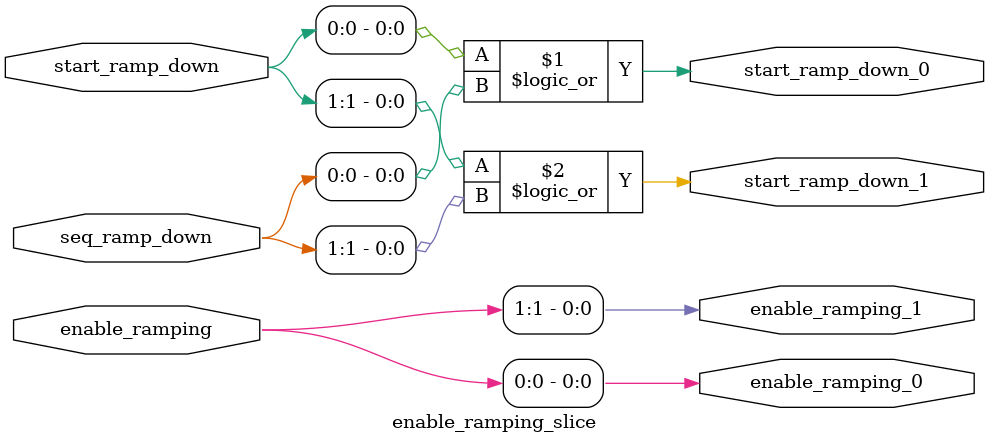
<source format=v>
`timescale 1ns / 1ps

module enable_ramping_slice(
    input [1:0] enable_ramping,
    input [1:0] start_ramp_down,
    input [1:0] seq_ramp_down,
    output enable_ramping_0,
    output enable_ramping_1,
    output start_ramp_down_0,    
    output start_ramp_down_1
);

assign enable_ramping_0 = enable_ramping[0];
assign enable_ramping_1 = enable_ramping[1];
assign start_ramp_down_0 = start_ramp_down[0] || seq_ramp_down[0];
assign start_ramp_down_1 = start_ramp_down[1] || seq_ramp_down[1];


endmodule

</source>
